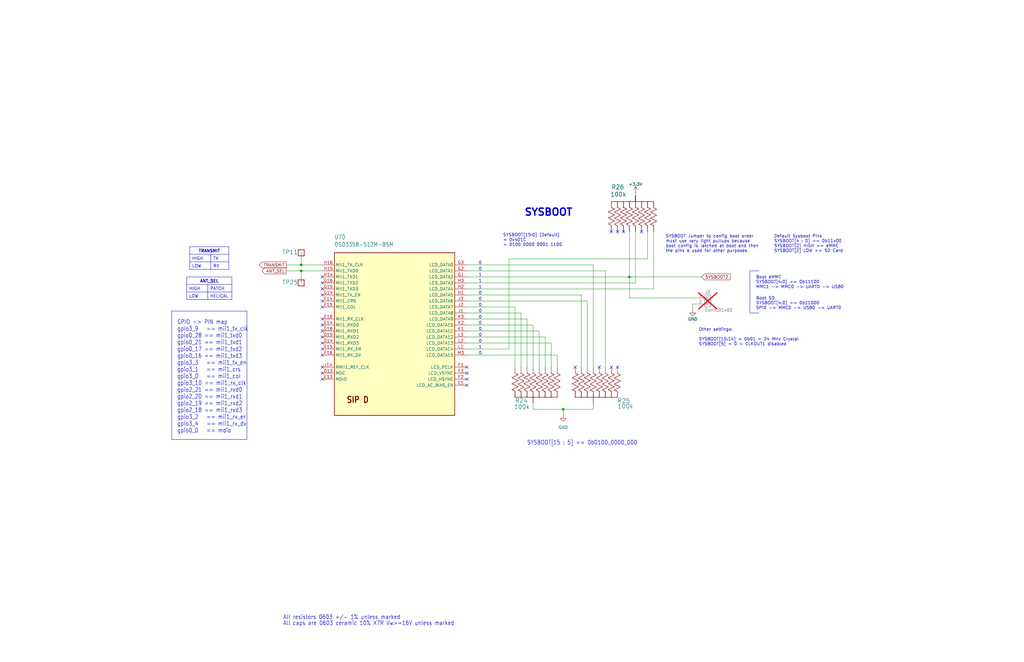
<source format=kicad_sch>
(kicad_sch (version 20250114) (generator "eeschema") (generator_version "9.0")
  (paper "B")
  (title_block (title "Oresat Live Card") (date "2025-09-15") (rev "2.1"))
  (lib_symbols
    (symbol "Connector_Generic:Conn_01x02" (pin_names (offset 1.016) (hide yes))
      (property "Reference" "J" (at 0 2.54 0))
      (property "Value" "Conn_01x02" (at 0 -5.08 0))
      (symbol "Conn_01x02_1_1"
        (pin passive line (at -5.08 0 0) (length 3.81) (name "Pin_1") (number "1"))
        (pin passive line (at -5.08 -2.54 0) (length 3.81) (name "Pin_2") (number "2"))
      )
    )
    (symbol "oresat-ics:OSD3358-512M-BSM"
      (property "Reference" "U" (at 0 87.63 0))
      (property "Value" "OSD3358-512M-BSM" (at 0 85.09 0))
      (symbol "OSD3358-512M-BSM_1_0"
        (text "GND to program EEPROM" (at -25.4 -71.12 0) (effects (font (size 1.27 1.0795)) (justify left bottom)))
        (text "SIP A" (at -20.32 17.78 0) (effects (font (size 2.54 2.159) (bold yes)) (justify left bottom)))
        (text "I2C0" (at -2.54 -60.96 900) (effects (font (size 2.54 2.159)) (justify left bottom)))
        (text "Connect together with pour" (at 5.08 -7.62 900) (effects (font (size 1.27 1.0795)) (justify left bottom)))
        (text "Connect together with pour" (at 5.08 -60.96 900) (effects (font (size 1.27 1.0795)) (justify left bottom)))
        (text "Reset" (at 5.08 -81.28 900) (effects (font (size 2.54 2.159)) (justify left bottom)))
        (text "Connect to either:\nSYS_VDD_1P8V or\nSYS_VDD3_3P3V" (at 8.89 -21.59 900) (effects (font (size 1.27 1.0795)) (justify bottom)))
        (pin power_in line (at -35.56 78.74 0) (length 5.08) (name "VIN_AC@1") (number "P10"))
        (pin power_in line (at -35.56 76.2 0) (length 5.08) (name "VIN_AC@2") (number "R10"))
        (pin power_in line (at -35.56 73.66 0) (length 5.08) (name "VIN_AC@3") (number "T10"))
        (pin power_in line (at -35.56 63.5 0) (length 5.08) (name "VIN_USB@1") (number "P9"))
        (pin power_in line (at -35.56 60.96 0) (length 5.08) (name "VIN_USB@2") (number "R9"))
        (pin power_in line (at -35.56 58.42 0) (length 5.08) (name "VIN_USB@3") (number "T9"))
        (pin power_in line (at -35.56 48.26 0) (length 5.08) (name "VIN_BAT@1") (number "P8"))
        (pin power_in line (at -35.56 45.72 0) (length 5.08) (name "VIN_BAT@2") (number "R8"))
        (pin power_in line (at -35.56 43.18 0) (length 5.08) (name "VIN_BAT@3") (number "T8"))
        (pin passive line (at -35.56 38.1 0) (length 5.08) (name "PMIC_BAT_SENSE") (number "N7"))
        (pin bidirectional line (at -35.56 35.56 0) (length 5.08) (name "PMIC_TS") (number "N6"))
        (pin bidirectional line (at -35.56 5.08 0) (length 5.08) (name "PMIC_NRESET") (number "M13"))
        (pin bidirectional line (at -35.56 -5.08 0) (length 5.08) (name "PMIC_PB_IN") (number "T11"))
        (pin input line (at -35.56 -15.24 0) (length 5.08) (name "PMIC_PWR_EN") (number "N11"))
        (pin output line (at -35.56 -17.78 0) (length 5.08) (name "PMIC_POWER_EN") (number "N10"))
        (pin output line (at -35.56 -22.86 0) (length 5.08) (name "PMIC_LDO_PGOOD") (number "N4"))
        (pin bidirectional line (at -35.56 -25.4 0) (length 5.08) (name "RTC_PWRONRSTN") (number "N5"))
        (pin output line (at -35.56 -30.48 0) (length 5.08) (name "PMIC_NWAKEUP") (number "L4"))
        (pin bidirectional line (at -35.56 -33.02 0) (length 5.08) (name "EXT_WAKEUP") (number "M4"))
        (pin output line (at -35.56 -38.1 0) (length 5.08) (name "PMIC_NINT") (number "E4"))
        (pin bidirectional line (at -35.56 -40.64 0) (length 5.08) (name "EXTINTN") (number "D4"))
        (pin bidirectional line (at -35.56 -50.8 0) (length 5.08) (name "PMIC_SCL") (number "D10"))
        (pin bidirectional line (at -35.56 -53.34 0) (length 5.08) (name "I2C0_SCL") (number "C10"))
        (pin bidirectional line (at -35.56 -60.96 0) (length 5.08) (name "PMIC_SDA") (number "D11"))
        (pin bidirectional line (at -35.56 -63.5 0) (length 5.08) (name "I2C0_SDA") (number "C11"))
        (pin bidirectional line (at -35.56 -73.66 0) (length 5.08) (name "EEPROM_WP") (number "M2"))
        (pin bidirectional line (at -35.56 -83.82 0) (length 5.08) (name "RTC_KALDO_ENN") (number "M16"))
        (pin power_out line (at 35.56 78.74 180) (length 5.08) (name "SYS_VOUT@1") (number "K6"))
        (pin power_out line (at 35.56 76.2 180) (length 5.08) (name "SYS_VOUT@2") (number "K7"))
        (pin power_out line (at 35.56 73.66 180) (length 5.08) (name "SYS_VOUT@3") (number "L6"))
        (pin power_out line (at 35.56 71.12 180) (length 5.08) (name "SYS_VOUT@4") (number "L7"))
        (pin power_out line (at 35.56 60.96 180) (length 5.08) (name "SYS_VDD1_3P3V@1") (number "F6"))
        (pin power_out line (at 35.56 58.42 180) (length 5.08) (name "SYS_VDD1_3P3V@2") (number "F7"))
        (pin power_out line (at 35.56 55.88 180) (length 5.08) (name "SYS_VDD1_3P3V@3") (number "G6"))
        (pin power_out line (at 35.56 53.34 180) (length 5.08) (name "SYS_VDD1_3P3V@4") (number "G7"))
        (pin power_out line (at 35.56 43.18 180) (length 5.08) (name "SYS_VDD2_3P3V@1") (number "F11"))
        (pin power_out line (at 35.56 40.64 180) (length 5.08) (name "SYS_VDD2_3P3V@2") (number "G11"))
        (pin power_out line (at 35.56 30.48 180) (length 5.08) (name "SYS_RTC_1P8V@1") (number "K11"))
        (pin power_out line (at 35.56 27.94 180) (length 5.08) (name "SYS_RTC_1P8V@2") (number "L11"))
        (pin power_out line (at 35.56 12.7 180) (length 5.08) (name "SYS_VDD3_3P3V@1") (number "F8"))
        (pin power_out line (at 35.56 10.16 180) (length 5.08) (name "SYS_VDD3_3P3V@2") (number "G8"))
        (pin power_out line (at 35.56 7.62 180) (length 5.08) (name "SYS_VDD3_3P3V@3") (number "H7"))
        (pin power_out line (at 35.56 5.08 180) (length 5.08) (name "SYS_VDD3_3P3V@4") (number "H8"))
        (pin power_out line (at 35.56 2.54 180) (length 5.08) (name "SYS_VDD3_3P3V@5") (number "J7"))
        (pin power_out line (at 35.56 0 180) (length 5.08) (name "SYS_VDD3_3P3V@6") (number "J8"))
        (pin power_out line (at 35.56 -2.54 180) (length 5.08) (name "SYS_VDD3_3P3V@7") (number "K8"))
        (pin power_out line (at 35.56 -5.08 180) (length 5.08) (name "SYS_VDD3_3P3V@8") (number "L8"))
        (pin power_in line (at 35.56 -15.24 180) (length 5.08) (name "VDDSHV1") (number "J9"))
        (pin power_in line (at 35.56 -17.78 180) (length 5.08) (name "VDDSHV2") (number "K9"))
        (pin power_in line (at 35.56 -20.32 180) (length 5.08) (name "VDDSHV3") (number "L9"))
        (pin power_in line (at 35.56 -22.86 180) (length 5.08) (name "VDDSHV4") (number "F9"))
        (pin power_in line (at 35.56 -25.4 180) (length 5.08) (name "VDDSHV5") (number "G9"))
        (pin power_in line (at 35.56 -27.94 180) (length 5.08) (name "VDDSHV6") (number "H9"))
        (pin power_in line (at 35.56 -38.1 180) (length 5.08) (name "SYS_VDD_1P8V@1") (number "F10"))
        (pin power_in line (at 35.56 -40.64 180) (length 5.08) (name "SYS_VDD_1P8V@2") (number "G10"))
        (pin power_in line (at 35.56 -43.18 180) (length 5.08) (name "SYS_VDD_1P8V@3") (number "H10"))
        (pin power_in line (at 35.56 -45.72 180) (length 5.08) (name "SYS_VDD_1P8V@4") (number "H11"))
        (pin power_in line (at 35.56 -48.26 180) (length 5.08) (name "SYS_VDD_1P8V@5") (number "J10"))
        (pin power_in line (at 35.56 -50.8 180) (length 5.08) (name "SYS_VDD_1P8V@6") (number "J11"))
        (pin power_in line (at 35.56 -53.34 180) (length 5.08) (name "SYS_VDD_1P8V@7") (number "K10"))
        (pin power_in line (at 35.56 -55.88 180) (length 5.08) (name "SYS_VDD_1P8V@8") (number "L10"))
        (pin output line (at 35.56 -71.12 180) (length 5.08) (name "PMIC_PGOOD") (number "N12"))
        (pin bidirectional line (at 35.56 -73.66 180) (length 5.08) (name "PWRONRSTN") (number "P11"))
        (pin bidirectional line (at 35.56 -83.82 180) (length 5.08) (name "WARMRSTN") (number "R11"))
      )
      (symbol "OSD3358-512M-BSM_2_0"
        (text "SIP B" (at -5.08 53.34 0) (effects (font (size 2.54 2.159) (bold yes)) (justify left bottom)))
        (text "XTAL" (at -2.54 30.48 900) (effects (font (size 2.54 2.159)) (justify left bottom)))
        (text "RTC" (at -2.54 0 900) (effects (font (size 2.54 2.159)) (justify left bottom)))
        (text "JTAG" (at -2.54 -25.4 900) (effects (font (size 2.54 2.159)) (justify left bottom)))
        (text "USB0" (at -2.54 -53.34 900) (effects (font (size 2.54 2.159)) (justify left bottom)))
        (text "Analog" (at 2.54 22.86 0) (effects (font (size 2.54 2.159)) (justify left bottom)))
        (text "Analog Inputs" (at 5.08 -30.48 900) (effects (font (size 2.54 2.159)) (justify left bottom)))
        (text "USB1" (at 5.08 -53.34 900) (effects (font (size 2.54 2.159)) (justify left bottom)))
        (text "Pwr & Gnd" (at 12.7 20.32 0) (effects (font (size 2.159 2.159))))
        (pin passive line (at -30.48 43.18 0) (length 5.08) (name "OSC0_IN") (number "P16"))
        (pin output line (at -30.48 27.94 0) (length 5.08) (name "OSC0_OUT") (number "N16"))
        (pin power_in line (at -30.48 22.86 0) (length 5.08) (name "OSC0_GND") (number "N15"))
        (pin passive line (at -30.48 12.7 0) (length 5.08) (name "OSC1_IN") (number "A6"))
        (pin output line (at -30.48 -2.54 0) (length 5.08) (name "OSC1_OUT") (number "A5"))
        (pin power_in line (at -30.48 -7.62 0) (length 5.08) (name "OSC1_GND") (number "B5"))
        (pin bidirectional line (at -30.48 -17.78 0) (length 5.08) (name "TDI") (number "C1"))
        (pin bidirectional line (at -30.48 -20.32 0) (length 5.08) (name "TDO") (number "C2"))
        (pin bidirectional line (at -30.48 -22.86 0) (length 5.08) (name "TCK") (number "D1"))
        (pin bidirectional line (at -30.48 -25.4 0) (length 5.08) (name "TMS") (number "D2"))
        (pin bidirectional line (at -30.48 -27.94 0) (length 5.08) (name "TRSTN") (number "D3"))
        (pin bidirectional line (at -30.48 -30.48 0) (length 5.08) (name "EMU0") (number "E2"))
        (pin bidirectional line (at -30.48 -33.02 0) (length 5.08) (name "EMU1") (number "E3"))
        (pin bidirectional line (at -30.48 -43.18 0) (length 5.08) (name "USB0_VBUS") (number "J16"))
        (pin bidirectional line (at -30.48 -45.72 0) (length 5.08) (name "USB0_DM") (number "K16"))
        (pin bidirectional line (at -30.48 -48.26 0) (length 5.08) (name "USB0_DP") (number "K15"))
        (pin bidirectional line (at -30.48 -50.8 0) (length 5.08) (name "USB0_ID") (number "K14"))
        (pin bidirectional line (at -30.48 -53.34 0) (length 5.08) (name "USB0_CE") (number "K13"))
        (pin bidirectional line (at -30.48 -55.88 0) (length 5.08) (name "USB0_DRVVBUS") (number "J15"))
        (pin power_out line (at 30.48 45.72 180) (length 5.08) (name "SYS_ADC_1P8V") (number "A7"))
        (pin power_in line (at 30.48 35.56 180) (length 5.08) (name "VREFP") (number "B7"))
        (pin power_in line (at 30.48 15.24 180) (length 5.08) (name "AGND_ADC") (number "A9"))
        (pin power_in line (at 30.48 5.08 180) (length 5.08) (name "VREFN") (number "B9"))
        (pin passive line (at 30.48 -5.08 180) (length 5.08) (name "AIN0") (number "A8"))
        (pin passive line (at 30.48 -7.62 180) (length 5.08) (name "AIN1") (number "B8"))
        (pin passive line (at 30.48 -10.16 180) (length 5.08) (name "AIN2") (number "B6"))
        (pin passive line (at 30.48 -12.7 180) (length 5.08) (name "AIN3") (number "C6"))
        (pin passive line (at 30.48 -15.24 180) (length 5.08) (name "AIN4") (number "C7"))
        (pin passive line (at 30.48 -17.78 180) (length 5.08) (name "AIN5") (number "C8"))
        (pin passive line (at 30.48 -20.32 180) (length 5.08) (name "AIN6") (number "C9"))
        (pin passive line (at 30.48 -22.86 180) (length 5.08) (name "AIN7") (number "D7"))
        (pin bidirectional line (at 30.48 -27.94 180) (length 5.08) (name "PMIC_MUX_OUT") (number "D6"))
        (pin bidirectional line (at 30.48 -33.02 180) (length 5.08) (name "PMIC_MUX_IN") (number "N13"))
        (pin bidirectional line (at 30.48 -43.18 180) (length 5.08) (name "USB1_VBUS") (number "M15"))
        (pin bidirectional line (at 30.48 -45.72 180) (length 5.08) (name "USB1_DM") (number "L16"))
        (pin bidirectional line (at 30.48 -48.26 180) (length 5.08) (name "USB1_DP") (number "L15"))
        (pin bidirectional line (at 30.48 -50.8 180) (length 5.08) (name "USB1_ID") (number "L14"))
        (pin bidirectional line (at 30.48 -53.34 180) (length 5.08) (name "USB1_CE") (number "L13"))
        (pin bidirectional line (at 30.48 -55.88 180) (length 5.08) (name "USB1_DRVVBUS") (number "M14"))
      )
      (symbol "OSD3358-512M-BSM_3_0"
        (text "SIP C" (at -5.08 53.34 0) (effects (font (size 2.54 2.159) (bold yes)) (justify left bottom)))
        (pin output line (at -30.48 55.88 0) (length 5.08) (name "UART0_TXD") (number "B12"))
        (pin input line (at -30.48 53.34 0) (length 5.08) (name "UART0_RXD") (number "A12"))
        (pin output line (at -30.48 50.8 0) (length 5.08) (name "UART0_CTSN") (number "C12"))
        (pin input line (at -30.48 48.26 0) (length 5.08) (name "UART0_RTSN") (number "C13"))
        (pin output line (at -30.48 40.64 0) (length 5.08) (name "UART1_TXD") (number "B11"))
        (pin input line (at -30.48 38.1 0) (length 5.08) (name "UART1_RXD") (number "A11"))
        (pin output line (at -30.48 35.56 0) (length 5.08) (name "UART1_CTSN") (number "B10"))
        (pin input line (at -30.48 33.02 0) (length 5.08) (name "UART1_RTSN") (number "A10"))
        (pin output line (at -30.48 25.4 0) (length 5.08) (name "SPI0_SCLK") (number "A13"))
        (pin bidirectional line (at -30.48 22.86 0) (length 5.08) (name "SPI0_D0") (number "B13"))
        (pin bidirectional line (at -30.48 20.32 0) (length 5.08) (name "SPI0_D1") (number "B14"))
        (pin bidirectional line (at -30.48 17.78 0) (length 5.08) (name "SPI0_CS0") (number "A14"))
        (pin bidirectional line (at -30.48 15.24 0) (length 5.08) (name "SPI0_CS1") (number "C14"))
        (pin output line (at -30.48 7.62 0) (length 5.08) (name "MMC0_CLK") (number "B15"))
        (pin bidirectional line (at -30.48 5.08 0) (length 5.08) (name "MMC0_CMD") (number "B16"))
        (pin bidirectional line (at -30.48 2.54 0) (length 5.08) (name "MMC0_DAT0") (number "A16"))
        (pin bidirectional line (at -30.48 0 0) (length 5.08) (name "MMC0_DAT1") (number "A15"))
        (pin bidirectional line (at -30.48 -2.54 0) (length 5.08) (name "MMC0_DAT2") (number "C16"))
        (pin bidirectional line (at -30.48 -5.08 0) (length 5.08) (name "MMC0_DAT3") (number "C15"))
        (pin bidirectional line (at -30.48 -12.7 0) (length 5.08) (name "MCASP0_ACLKX") (number "A1"))
        (pin bidirectional line (at -30.48 -15.24 0) (length 5.08) (name "MCASP0_FSX") (number "A2"))
        (pin bidirectional line (at -30.48 -17.78 0) (length 5.08) (name "MCASP0_AXR0") (number "B2"))
        (pin bidirectional line (at -30.48 -20.32 0) (length 5.08) (name "MCASP0_AHCLKR") (number "B1"))
        (pin bidirectional line (at -30.48 -22.86 0) (length 5.08) (name "MCASP0_ACLKR") (number "A3"))
        (pin bidirectional line (at -30.48 -25.4 0) (length 5.08) (name "MCASP0_FSR") (number "B3"))
        (pin bidirectional line (at -30.48 -27.94 0) (length 5.08) (name "MCASP0_AXR1") (number "C3"))
        (pin bidirectional line (at -30.48 -30.48 0) (length 5.08) (name "MCASP0_AHCLKX") (number "C4"))
        (pin bidirectional line (at -30.48 -38.1 0) (length 5.08) (name "XDMA_EVENT_INTR0") (number "A4"))
        (pin bidirectional line (at -30.48 -40.64 0) (length 5.08) (name "XDMA_EVENT_INTR1") (number "B4"))
        (pin bidirectional line (at -30.48 -43.18 0) (length 5.08) (name "ECAP0_IN_PWM0_OUT") (number "C5"))
        (pin bidirectional line (at 30.48 55.88 180) (length 5.08) (name "GPMC_CLK") (number "T7"))
        (pin bidirectional line (at 30.48 50.8 180) (length 5.08) (name "GPMC_A0") (number "T12"))
        (pin bidirectional line (at 30.48 48.26 180) (length 5.08) (name "GPMC_A1") (number "R12"))
        (pin bidirectional line (at 30.48 45.72 180) (length 5.08) (name "GPMC_A2") (number "P12"))
        (pin bidirectional line (at 30.48 43.18 180) (length 5.08) (name "GPMC_A3") (number "T13"))
        (pin bidirectional line (at 30.48 40.64 180) (length 5.08) (name "GPMC_A4") (number "R13"))
        (pin bidirectional line (at 30.48 38.1 180) (length 5.08) (name "GPMC_A5") (number "P13"))
        (pin bidirectional line (at 30.48 35.56 180) (length 5.08) (name "GPMC_A6") (number "T14"))
        (pin bidirectional line (at 30.48 33.02 180) (length 5.08) (name "GPMC_A7") (number "R14"))
        (pin bidirectional line (at 30.48 30.48 180) (length 5.08) (name "GPMC_A8") (number "P14"))
        (pin bidirectional line (at 30.48 27.94 180) (length 5.08) (name "GPMC_A9") (number "T15"))
        (pin bidirectional line (at 30.48 25.4 180) (length 5.08) (name "GPMC_A10") (number "R15"))
        (pin bidirectional line (at 30.48 22.86 180) (length 5.08) (name "GPMC_A11") (number "T16"))
        (pin bidirectional line (at 30.48 17.78 180) (length 5.08) (name "GPMC_BEN1") (number "N14"))
        (pin bidirectional line (at 30.48 15.24 180) (length 5.08) (name "GPMC_WAIT0") (number "P15"))
        (pin bidirectional line (at 30.48 12.7 180) (length 5.08) (name "GPMC_WPN") (number "R16"))
        (pin bidirectional line (at 30.48 7.62 180) (length 5.08) (name "GPMC_CSN0") (number "P3"))
        (pin bidirectional line (at 30.48 5.08 180) (length 5.08) (name "GPMC_CSN1") (number "P2"))
        (pin bidirectional line (at 30.48 2.54 180) (length 5.08) (name "GPMC_CSN2") (number "P1"))
        (pin bidirectional line (at 30.48 0 180) (length 5.08) (name "GPMC_CSN3") (number "R7"))
        (pin bidirectional line (at 30.48 -5.08 180) (length 5.08) (name "GPMC_AD0") (number "R3"))
        (pin bidirectional line (at 30.48 -7.62 180) (length 5.08) (name "GPMC_AD1") (number "R2"))
        (pin bidirectional line (at 30.48 -10.16 180) (length 5.08) (name "GPMC_AD2") (number "R1"))
        (pin bidirectional line (at 30.48 -12.7 180) (length 5.08) (name "GPMC_AD3") (number "T3"))
        (pin bidirectional line (at 30.48 -15.24 180) (length 5.08) (name "GPMC_AD4") (number "T2"))
        (pin bidirectional line (at 30.48 -17.78 180) (length 5.08) (name "GPMC_AD5") (number "T1"))
        (pin bidirectional line (at 30.48 -20.32 180) (length 5.08) (name "GPMC_AD6") (number "P4"))
        (pin bidirectional line (at 30.48 -22.86 180) (length 5.08) (name "GPMC_AD7") (number "R4"))
        (pin bidirectional line (at 30.48 -27.94 180) (length 5.08) (name "GPMC_AD8") (number "T4"))
        (pin bidirectional line (at 30.48 -30.48 180) (length 5.08) (name "GPMC_AD9") (number "P5"))
        (pin bidirectional line (at 30.48 -33.02 180) (length 5.08) (name "GPMC_AD10") (number "R5"))
        (pin bidirectional line (at 30.48 -35.56 180) (length 5.08) (name "GPMC_AD11") (number "T5"))
        (pin bidirectional line (at 30.48 -38.1 180) (length 5.08) (name "GPMC_AD12") (number "P6"))
        (pin bidirectional line (at 30.48 -40.64 180) (length 5.08) (name "GPMC_AD13") (number "R6"))
        (pin bidirectional line (at 30.48 -43.18 180) (length 5.08) (name "GPMC_AD14") (number "T6"))
        (pin bidirectional line (at 30.48 -45.72 180) (length 5.08) (name "GPMC_AD15") (number "P7"))
        (pin bidirectional line (at 30.48 -50.8 180) (length 5.08) (name "GPMC_ADVN_ALE") (number "M1"))
        (pin bidirectional line (at 30.48 -53.34 180) (length 5.08) (name "GPMC_BEN0_CLE") (number "N3"))
        (pin bidirectional line (at 30.48 -55.88 180) (length 5.08) (name "GPMC_WEN") (number "N2"))
        (pin bidirectional line (at 30.48 -58.42 180) (length 5.08) (name "GPMC_OEN_REN") (number "N1"))
      )
      (symbol "OSD3358-512M-BSM_4_0"
        (text "SIP D" (at -20.32 -30.48 0) (effects (font (size 2.54 2.159) (bold yes)) (justify left bottom)))
        (pin bidirectional line (at -30.48 27.94 0) (length 5.08) (name "MII1_TX_CLK") (number "H16"))
        (pin bidirectional line (at -30.48 25.4 0) (length 5.08) (name "MII1_TXD0") (number "H15"))
        (pin bidirectional line (at -30.48 22.86 0) (length 5.08) (name "MII1_TXD1") (number "H14"))
        (pin bidirectional line (at -30.48 20.32 0) (length 5.08) (name "MII1_TXD2") (number "G16"))
        (pin bidirectional line (at -30.48 17.78 0) (length 5.08) (name "MII1_TXD3") (number "G15"))
        (pin bidirectional line (at -30.48 15.24 0) (length 5.08) (name "MII1_TX_EN") (number "G14"))
        (pin bidirectional line (at -30.48 12.7 0) (length 5.08) (name "MII1_CRS") (number "F14"))
        (pin bidirectional line (at -30.48 10.16 0) (length 5.08) (name "MII1_COL") (number "F15"))
        (pin bidirectional line (at -30.48 5.08 0) (length 5.08) (name "MII1_RX_CLK") (number "E16"))
        (pin bidirectional line (at -30.48 2.54 0) (length 5.08) (name "MII1_RXD0") (number "E14"))
        (pin bidirectional line (at -30.48 0 0) (length 5.08) (name "MII1_RXD1") (number "D16"))
        (pin bidirectional line (at -30.48 -2.54 0) (length 5.08) (name "MII1_RXD2") (number "D15"))
        (pin bidirectional line (at -30.48 -5.08 0) (length 5.08) (name "MII1_RXD3") (number "D14"))
        (pin bidirectional line (at -30.48 -7.62 0) (length 5.08) (name "MII1_RX_ER") (number "E15"))
        (pin bidirectional line (at -30.48 -10.16 0) (length 5.08) (name "MII1_RX_DV") (number "F16"))
        (pin bidirectional line (at -30.48 -15.24 0) (length 5.08) (name "RMII1_REF_CLK") (number "J14"))
        (pin bidirectional line (at -30.48 -17.78 0) (length 5.08) (name "MDC") (number "D13"))
        (pin bidirectional line (at -30.48 -20.32 0) (length 5.08) (name "MDIO") (number "E13"))
        (pin bidirectional line (at 30.48 27.94 180) (length 5.08) (name "LCD_DATA0") (number "G3"))
        (pin bidirectional line (at 30.48 25.4 180) (length 5.08) (name "LCD_DATA1") (number "G2"))
        (pin bidirectional line (at 30.48 22.86 180) (length 5.08) (name "LCD_DATA2") (number "G1"))
        (pin bidirectional line (at 30.48 20.32 180) (length 5.08) (name "LCD_DATA3") (number "H3"))
        (pin bidirectional line (at 30.48 17.78 180) (length 5.08) (name "LCD_DATA4") (number "H2"))
        (pin bidirectional line (at 30.48 15.24 180) (length 5.08) (name "LCD_DATA5") (number "H1"))
        (pin bidirectional line (at 30.48 12.7 180) (length 5.08) (name "LCD_DATA6") (number "J3"))
        (pin bidirectional line (at 30.48 10.16 180) (length 5.08) (name "LCD_DATA7") (number "J2"))
        (pin bidirectional line (at 30.48 7.62 180) (length 5.08) (name "LCD_DATA8") (number "J1"))
        (pin bidirectional line (at 30.48 5.08 180) (length 5.08) (name "LCD_DATA9") (number "K3"))
        (pin bidirectional line (at 30.48 2.54 180) (length 5.08) (name "LCD_DATA10") (number "K2"))
        (pin bidirectional line (at 30.48 0 180) (length 5.08) (name "LCD_DATA11") (number "K1"))
        (pin bidirectional line (at 30.48 -2.54 180) (length 5.08) (name "LCD_DATA12") (number "L3"))
        (pin bidirectional line (at 30.48 -5.08 180) (length 5.08) (name "LCD_DATA13") (number "L2"))
        (pin bidirectional line (at 30.48 -7.62 180) (length 5.08) (name "LCD_DATA14") (number "L1"))
        (pin bidirectional line (at 30.48 -10.16 180) (length 5.08) (name "LCD_DATA15") (number "M3"))
        (pin bidirectional line (at 30.48 -15.24 180) (length 5.08) (name "LCD_PCLK") (number "F1"))
        (pin bidirectional line (at 30.48 -17.78 180) (length 5.08) (name "LCD_VSYNC") (number "F3"))
        (pin bidirectional line (at 30.48 -20.32 180) (length 5.08) (name "LCD_HSYNC") (number "F2"))
        (pin bidirectional line (at 30.48 -22.86 180) (length 5.08) (name "LCD_AC_BIAS_EN") (number "E1"))
      )
      (symbol "OSD3358-512M-BSM_5_0"
        (text "NOTE:  Can use pours to connect" (at -13.97 -17.78 0) (effects (font (size 1.27 1.0795)) (justify left bottom)))
        (text "DGND pads  instead of " (at -7.62 -19.05 0) (effects (font (size 1.27 1.27)) (justify left)))
        (text "a via per pad." (at -7.62 -21.59 0) (effects (font (size 1.27 1.27)) (justify left)))
        (text "SIP E" (at 0 20.32 0) (effects (font (size 2.54 2.159) (bold yes)) (justify bottom)))
        (pin power_in line (at -30.48 25.4 0) (length 5.08) (name "DGND@1") (number "D8"))
        (pin power_in line (at -30.48 22.86 0) (length 5.08) (name "DGND@2") (number "D9"))
        (pin power_in line (at -30.48 17.78 0) (length 5.08) (name "DGND@3") (number "E5"))
        (pin power_in line (at -30.48 15.24 0) (length 5.08) (name "DGND@4") (number "E6"))
        (pin power_in line (at -30.48 12.7 0) (length 5.08) (name "DGND@5") (number "E7"))
        (pin power_in line (at -30.48 10.16 0) (length 5.08) (name "DGND@6") (number "E8"))
        (pin power_in line (at -30.48 7.62 0) (length 5.08) (name "DGND@7") (number "E9"))
        (pin power_in line (at -30.48 5.08 0) (length 5.08) (name "DGND@8") (number "E10"))
        (pin power_in line (at -30.48 2.54 0) (length 5.08) (name "DGND@9") (number "E11"))
        (pin power_in line (at -30.48 0 0) (length 5.08) (name "DGND@10") (number "E12"))
        (pin power_in line (at -30.48 -5.08 0) (length 5.08) (name "DGND@11") (number "F5"))
        (pin power_in line (at -30.48 -7.62 0) (length 5.08) (name "DGND@12") (number "F12"))
        (pin power_in line (at -30.48 -12.7 0) (length 5.08) (name "DGND@13") (number "G5"))
        (pin power_in line (at -30.48 -15.24 0) (length 5.08) (name "DGND@14") (number "G12"))
        (pin power_in line (at -30.48 -20.32 0) (length 5.08) (name "DGND@15") (number "H4"))
        (pin power_in line (at -30.48 -22.86 0) (length 5.08) (name "DGND@16") (number "H5"))
        (pin power_in line (at -30.48 -25.4 0) (length 5.08) (name "DGND@17") (number "H12"))
        (pin power_in line (at -30.48 -27.94 0) (length 5.08) (name "DGND@18") (number "H13"))
        (pin power_in line (at 30.48 25.4 180) (length 5.08) (name "DGND@19") (number "J4"))
        (pin power_in line (at 30.48 22.86 180) (length 5.08) (name "DGND@20") (number "J5"))
        (pin power_in line (at 30.48 20.32 180) (length 5.08) (name "DGND@21") (number "J12"))
        (pin power_in line (at 30.48 17.78 180) (length 5.08) (name "DGND@22") (number "J13"))
        (pin power_in line (at 30.48 12.7 180) (length 5.08) (name "DGND@23") (number "K5"))
        (pin power_in line (at 30.48 10.16 180) (length 5.08) (name "DGND@24") (number "K12"))
        (pin power_in line (at 30.48 5.08 180) (length 5.08) (name "DGND@25") (number "L5"))
        (pin power_in line (at 30.48 2.54 180) (length 5.08) (name "DGND@26") (number "L12"))
        (pin power_in line (at 30.48 -2.54 180) (length 5.08) (name "DGND@27") (number "M5"))
        (pin power_in line (at 30.48 -5.08 180) (length 5.08) (name "DGND@28") (number "M6"))
        (pin power_in line (at 30.48 -7.62 180) (length 5.08) (name "DGND@29") (number "M7"))
        (pin power_in line (at 30.48 -10.16 180) (length 5.08) (name "DGND@30") (number "M8"))
        (pin power_in line (at 30.48 -12.7 180) (length 5.08) (name "DGND@31") (number "M9"))
        (pin power_in line (at 30.48 -15.24 180) (length 5.08) (name "DGND@32") (number "M10"))
        (pin power_in line (at 30.48 -17.78 180) (length 5.08) (name "DGND@33") (number "M11"))
        (pin power_in line (at 30.48 -20.32 180) (length 5.08) (name "DGND@34") (number "M12"))
        (pin power_in line (at 30.48 -25.4 180) (length 5.08) (name "DGND@35") (number "N8"))
        (pin power_in line (at 30.48 -27.94 180) (length 5.08) (name "DGND@36") (number "N9"))
      )
      (symbol "OSD3358-512M-BSM_6_0"
        (text "Test Point per " (at -10.16 7.62 0) (effects (font (size 1.27 1.27)) (justify left)))
        (text "power rail recommended" (at -10.16 5.08 0) (effects (font (size 1.27 1.27)) (justify left)))
        (text "Do Not Use" (at 0 11.43 0) (effects (font (size 1.778 1.5113)) (justify bottom)))
        (text "Do Not Connect" (at 0 -15.24 0) (effects (font (size 1.778 1.5113))))
        (text "SIP F" (at 15.24 20.32 0) (effects (font (size 2.54 2.159) (bold yes)) (justify bottom)))
        (pin power_out line (at -27.94 20.32 0) (length 5.08) (name "VDDS_DDR") (number "F4"))
        (pin power_out line (at -27.94 15.24 0) (length 5.08) (name "VDD_CORE") (number "G4"))
        (pin power_out line (at -27.94 10.16 0) (length 5.08) (name "VDD_MPU") (number "F13"))
        (pin power_out line (at -27.94 5.08 0) (length 5.08) (name "VDDS_PLL") (number "G13"))
        (pin power_out line (at -27.94 -5.08 0) (length 5.08) (name "CAP_VDD_RTC") (number "D5"))
        (pin power_out line (at -27.94 -10.16 0) (length 5.08) (name "VPP") (number "H6"))
        (pin no_connect line (at 27.94 -5.08 180) (length 5.08) (name "NC@1") (number "D12"))
        (pin no_connect line (at 27.94 -7.62 180) (length 5.08) (name "NC@2") (number "J6"))
        (pin no_connect line (at 27.94 -10.16 180) (length 5.08) (name "NC@3") (number "K4"))
      )
    )
    (symbol "oresat-misc:Test-Point-1mm-round"
      (property "Reference" "TP" (at 0 2.54 0))
      (symbol "Test-Point-1mm-round_1_0"
        (pin passive line (at 0 0 0) (length 0) (name "1") (number "1"))
      )
    )
    (symbol "oresat-passives:EXB-A10P391J"
      (property "Reference" "R" (at -17.8308 5.1308 0))
      (property "Value" "EXB-A10P391J" (at -17.6784 2.5908 0))
      (symbol "EXB-A10P391J_1_0"
        (pin passive line (at -12.7 0 0) (length 2.54) (name "11") (number "1"))
        (pin passive line (at -12.7 -2.54 0) (length 2.54) (name "99") (number "9"))
        (pin passive line (at -12.7 -5.08 0) (length 2.54) (name "22") (number "2"))
        (pin passive line (at -12.7 -7.62 0) (length 2.54) (name "88") (number "8"))
        (pin passive line (at -12.7 -10.16 0) (length 2.54) (name "33") (number "3"))
        (pin passive line (at -12.7 -12.7 0) (length 2.54) (name "77") (number "7"))
        (pin passive line (at -12.7 -15.24 0) (length 2.54) (name "44") (number "4"))
        (pin passive line (at -12.7 -17.78 0) (length 2.54) (name "66") (number "6"))
        (pin passive line (at 2.54 -10.16 180) (length 2.54) (name "55") (number "10"))
        (pin passive line (at 2.54 -10.16 180) (length 2.54) (name "55") (number "5"))
      )
    )
    (symbol "power:+3.3V" (power) (pin_numbers (hide yes)) (pin_names (offset 0) (hide yes))
      (property "Value" "+3.3V" (at 0 3.556 0))
      (symbol "+3.3V_1_1"
        (pin power_in line (at 0 0 90) (length 0) (name "~") (number "1"))
      )
    )
    (symbol "power:GND" (power) (pin_numbers (hide yes)) (pin_names (offset 0) (hide yes))
      (property "Value" "GND" (at 0 -3.81 0))
      (symbol "GND_1_1"
        (pin power_in line (at 0 0 270) (length 0) (name "~") (number "1"))
      )
    )
  )
  (text "0" (at 203.2 124.46 0) (effects (font (size 1.27 1.27)) (justify right bottom)))
  (text "1" (at 203.2 116.84 0) (effects (font (size 1.27 1.27)) (justify right bottom)))
  (text "0" (at 203.2 111.76 0) (effects (font (size 1.27 1.27)) (justify right bottom)))
  (text "0" (at 203.2 142.24 0) (effects (font (size 1.27 1.27)) (justify right bottom)))
  (text "0" (at 203.2 114.3 0) (effects (font (size 1.27 1.27)) (justify right bottom)))
  (text "0" (at 203.2 139.7 0) (effects (font (size 1.27 1.27)) (justify right bottom)))
  (text "0" (at 203.2 127 0) (effects (font (size 1.27 1.27)) (justify right bottom)))
  (text "Boot eMMC\nSYSBOOT[4:0] == 0b11100\nMMC1 -> MMC0 -> UART0 -> USB0" (at 318.77 121.92 0) (effects (font (size 1.27 1.27)) (justify left bottom)))
  (text "1" (at 203.2 119.38 0) (effects (font (size 1.27 1.27)) (justify right bottom)))
  (text "0" (at 203.2 149.86 0) (effects (font (size 1.27 1.27)) (justify right bottom)))
  (text "GPIO -> PIN map\ngpio3_9   == mii1_tx_clk\ngpio0_28 == mii1_txd0\ngpio0_21 == mii1_txd1\ngpio0_17 == mii1_txd2\ngpio0_16 == mii1_txd3\ngpio3_3   == mii1_tx_en\ngpio3_1   == mii1_crs\ngpio3_0   == mii1_col\ngpio3_10 == mii1_rx_clk\ngpio2_21 == mii1_rxd0\ngpio2_20 == mii1_rxd1\ngpio2_19 == mii1_rxd2\ngpio2_18 == mii1_rxd3\ngpio3_2   == mii1_rx_er\ngpio3_4   == mii1_rx_dv\ngpio0_0   == mdio" (at 74.676 182.88 0) (effects (font (size 1.778 1.5113)) (justify left bottom)))
  (text "Boot SD\nSYSBOOT[4:0] == 0b11000\nSPI0 -> MMC0 -> USB0 -> UART0" (at 318.77 130.81 0) (effects (font (size 1.27 1.27)) (justify left bottom)))
  (text "0" (at 203.2 144.78 0) (effects (font (size 1.27 1.27)) (justify right bottom)))
  (text "SYSBOOT[15 : 5] == 0b0100_0000_000" (at 222.25 187.96 0) (effects (font (size 1.778 1.5113)) (justify left bottom)))
  (text "All caps are 0603 ceramic 10% X7R Vw>=16V unless marked" (at 119.38 264.16 0) (effects (font (size 1.778 1.5113)) (justify left bottom)))
  (text "SYSBOOT Jumper to config boot order\nmust use very light pullups because\nboot config is latched at boot and then\nthe pins a used for other purposes" (at 280.67 106.68 0) (effects (font (size 1.27 1.27)) (justify left bottom)))
  (text "1" (at 203.2 121.92 0) (effects (font (size 1.27 1.27)) (justify right bottom)))
  (text "0" (at 203.2 137.16 0) (effects (font (size 1.27 1.27)) (justify right bottom)))
  (text "Other settings:\n\nSYSBOOT[15:14] = 0b01 = 24 MHz Crystal\nSYSBOOT[5] = 0 = CLKOUT1 disabled" (at 294.64 146.05 0) (effects (font (size 1.27 1.27)) (justify left bottom)))
  (text "0" (at 203.2 134.62 0) (effects (font (size 1.27 1.27)) (justify right bottom)))
  (text "SYSBOOT" (at 220.98 91.44 0) (effects (font (size 3 3) (thickness 0.6) (bold yes)) (justify left bottom)))
  (text "All resistors 0603 +/- 1% unless marked" (at 119.38 261.62 0) (effects (font (size 1.778 1.5113)) (justify left bottom)))
  (text "Default Sysboot Pins\nSYSBOOT[4 : 0] == 0b11x00\nSYSBOOT[2] HIGH == eMMC\nSYSBOOT[2] LOW == SD Card" (at 326.39 106.68 0) (effects (font (size 1.27 1.27)) (justify left bottom)))
  (text "SYSBOOT[15:0] (Default)\n= 0x401C\n= 0100 0000 0001 1100 " (at 212.09 104.14 0) (effects (font (size 1.27 1.27)) (justify left bottom)))
  (text "0" (at 203.2 132.08 0) (effects (font (size 1.27 1.27)) (justify right bottom)))
  (text "1" (at 203.2 147.32 0) (effects (font (size 1.27 1.27)) (justify right bottom)))
  (text "0" (at 203.2 129.54 0) (effects (font (size 1.27 1.27)) (justify right bottom)))
  (junction (at 127 114.3))
  (junction (at 265.43 116.84))
  (junction (at 127 111.76))
  (junction (at 237.49 172.72))
  (no_connect (at 270.51 97.79))
  (no_connect (at 260.35 97.79))
  (no_connect (at 262.89 97.79))
  (no_connect (at 260.35 154.94))
  (no_connect (at 242.57 154.94))
  (no_connect (at 252.73 154.94))
  (no_connect (at 135.89 121.92))
  (no_connect (at 135.89 124.46))
  (no_connect (at 135.89 127))
  (no_connect (at 135.89 160.02))
  (no_connect (at 196.85 154.94))
  (no_connect (at 196.85 157.48))
  (no_connect (at 196.85 160.02))
  (no_connect (at 196.85 162.56))
  (no_connect (at 135.89 116.84))
  (no_connect (at 135.89 119.38))
  (no_connect (at 135.89 129.54))
  (no_connect (at 135.89 134.62))
  (no_connect (at 135.89 137.16))
  (no_connect (at 135.89 139.7))
  (no_connect (at 135.89 142.24))
  (no_connect (at 135.89 144.78))
  (no_connect (at 135.89 147.32))
  (no_connect (at 135.89 149.86))
  (no_connect (at 135.89 154.94))
  (no_connect (at 135.89 157.48))
  (no_connect (at 257.81 154.94))
  (no_connect (at 257.81 97.79))
  (wire (pts (xy 265.43 116.84) (xy 265.43 125.73)))
  (wire (pts (xy 196.85 111.76) (xy 250.19 111.76)))
  (wire (pts (xy 237.49 172.72) (xy 250.19 172.72)))
  (wire (pts (xy 196.85 137.16) (xy 224.79 137.16)))
  (wire (pts (xy 127 114.3) (xy 127 119.38)))
  (wire (pts (xy 196.85 132.08) (xy 219.71 132.08)))
  (wire (pts (xy 217.17 154.94) (xy 217.17 129.54)))
  (wire (pts (xy 224.79 170.18) (xy 224.79 172.72)))
  (wire (pts (xy 196.85 149.86) (xy 234.95 149.86)))
  (wire (pts (xy 265.43 116.84) (xy 295.91 116.84)))
  (wire (pts (xy 196.85 142.24) (xy 229.87 142.24)))
  (wire (pts (xy 196.85 127) (xy 247.65 127)))
  (wire (pts (xy 196.85 121.92) (xy 275.59 121.92)))
  (wire (pts (xy 265.43 125.73) (xy 293.37 125.73)))
  (wire (pts (xy 292.1 128.27) (xy 293.37 128.27)))
  (polyline (pts (xy 72.39 131.318) (xy 72.39 185.42)))
  (wire (pts (xy 265.43 116.84) (xy 265.43 97.79)))
  (wire (pts (xy 127 106.68) (xy 127 111.76)))
  (wire (pts (xy 196.85 134.62) (xy 222.25 134.62)))
  (wire (pts (xy 234.95 149.86) (xy 234.95 154.94)))
  (wire (pts (xy 196.85 129.54) (xy 217.17 129.54)))
  (polyline (pts (xy 320.04 114.3) (xy 316.23 114.3)))
  (wire (pts (xy 247.65 127) (xy 247.65 154.94)))
  (wire (pts (xy 127 114.3) (xy 135.89 114.3)))
  (wire (pts (xy 275.59 97.79) (xy 275.59 121.92)))
  (wire (pts (xy 196.85 114.3) (xy 255.27 114.3)))
  (polyline (pts (xy 104.14 131.318) (xy 72.39 131.318)))
  (wire (pts (xy 196.85 139.7) (xy 227.33 139.7)))
  (wire (pts (xy 214.63 109.22) (xy 214.63 147.32)))
  (wire (pts (xy 250.19 154.94) (xy 250.19 111.76)))
  (wire (pts (xy 196.85 116.84) (xy 265.43 116.84)))
  (wire (pts (xy 229.87 154.94) (xy 229.87 142.24)))
  (wire (pts (xy 267.97 119.38) (xy 267.97 97.79)))
  (wire (pts (xy 292.1 130.81) (xy 292.1 128.27)))
  (polyline (pts (xy 316.23 132.08) (xy 320.04 132.08)))
  (wire (pts (xy 224.79 172.72) (xy 237.49 172.72)))
  (wire (pts (xy 250.19 172.72) (xy 250.19 170.18)))
  (wire (pts (xy 135.89 111.76) (xy 127 111.76)))
  (wire (pts (xy 127 111.76) (xy 120.65 111.76)))
  (wire (pts (xy 224.79 154.94) (xy 224.79 137.16)))
  (polyline (pts (xy 72.39 185.42) (xy 104.14 185.42)))
  (wire (pts (xy 267.97 81.28) (xy 267.97 82.55)))
  (wire (pts (xy 196.85 144.78) (xy 232.41 144.78)))
  (wire (pts (xy 232.41 154.94) (xy 232.41 144.78)))
  (wire (pts (xy 227.33 154.94) (xy 227.33 139.7)))
  (wire (pts (xy 196.85 124.46) (xy 245.11 124.46)))
  (wire (pts (xy 219.71 154.94) (xy 219.71 132.08)))
  (wire (pts (xy 237.49 172.72) (xy 237.49 175.26)))
  (wire (pts (xy 255.27 114.3) (xy 255.27 154.94)))
  (wire (pts (xy 245.11 124.46) (xy 245.11 154.94)))
  (wire (pts (xy 273.05 109.22) (xy 273.05 97.79)))
  (wire (pts (xy 222.25 154.94) (xy 222.25 134.62)))
  (polyline (pts (xy 104.14 185.42) (xy 104.14 131.318)))
  (wire (pts (xy 196.85 119.38) (xy 267.97 119.38)))
  (polyline (pts (xy 316.23 114.3) (xy 316.23 132.08)))
  (wire (pts (xy 196.85 147.32) (xy 214.63 147.32)))
  (wire (pts (xy 214.63 109.22) (xy 273.05 109.22)))
  (wire (pts (xy 120.65 114.3) (xy 127 114.3)))
  (table (column_count 2) (border (external yes) (header yes)) (separators (rows yes) (cols yes)) (column_widths 8.89 10.16) (row_heights 3.175 3.175 3.175) (cells (table_cell "ANT_SEL" (at 78.74 116.84 0) (size 19.05 3.175) (margins 0.9525 0.9525 0.9525 0.9525) (span 2 1)) (table_cell "rgb(240, 240, 240)" (at 87.63 116.84 0) (size 10.16 3.175) (margins 0.9525 0.9525 0.9525 0.9525) (span 0 0)) (table_cell "HIGH" (at 78.74 120.015 0) (size 8.89 3.175) (margins 0.9525 0.9525 0.9525 0.9525) (span 1 1)) (table_cell "PATCH" (at 87.63 120.015 0) (size 10.16 3.175) (margins 0.9525 0.9525 0.9525 0.9525) (span 1 1)) (table_cell "LOW" (at 78.74 123.19 0) (size 8.89 3.175) (margins 0.9525 0.9525 0.9525 0.9525) (span 1 1)) (table_cell "HELICAL" (at 87.63 123.19 0) (size 10.16 3.175) (margins 0.9525 0.9525 0.9525 0.9525) (span 1 1))))
  (table (column_count 2) (border (external yes) (header yes)) (separators (rows yes) (cols yes)) (column_widths 8.89 7.62) (row_heights 3.175 3.175 3.175) (cells (table_cell "TRANSMIT" (at 80.01 104.14 0) (size 16.51 3.175) (margins 0.9525 0.9525 0.9525 0.9525) (span 2 1)) (table_cell "rgb(240, 240, 240)" (at 88.9 104.14 0) (size 7.62 3.175) (margins 0.9525 0.9525 0.9525 0.9525) (span 0 0)) (table_cell "HIGH" (at 80.01 107.315 0) (size 8.89 3.175) (margins 0.9525 0.9525 0.9525 0.9525) (span 1 1)) (table_cell "TX" (at 88.9 107.315 0) (size 7.62 3.175) (margins 0.9525 0.9525 0.9525 0.9525) (span 1 1)) (table_cell "LOW" (at 80.01 110.49 0) (size 8.89 3.175) (margins 0.9525 0.9525 0.9525 0.9525) (span 1 1)) (table_cell "RX" (at 88.9 110.49 0) (size 7.62 3.175) (margins 0.9525 0.9525 0.9525 0.9525) (span 1 1))))
  (global_label "TRANSMIT" (shape output) (at 120.65 111.76 180) (property "Intersheetrefs" "${INTERSHEET_REFS}" (at 108.7748 111.76 0) (effects (font (size 0.9601 0.9601)) (justify right))))
  (global_label "SYSBOOT2" (shape input) (at 295.91 116.84 0) (property "Intersheetrefs" "${INTERSHEET_REFS}" (at 308.5109 116.84 0) (effects (justify left))))
  (global_label "ANT_SEL" (shape output) (at 120.65 114.3 180) (property "Intersheetrefs" "${INTERSHEET_REFS}" (at 109.9239 114.3 0) (effects (justify right))))
  (symbol (lib_id "oresat-misc:Test-Point-1mm-round") (at 127 106.68 90) (unit 1)
    (property "Reference" "TP11" (at 125.73 105.41 90) (effects (font (size 1.778 1.778)) (justify left bottom)))
    (property "Value" "TEST-POINT3X4" (effects (hide yes)))
    (property "Footprint" "oresat-misc:TestPoint_Pad_D1.0mm" (effects (hide yes)))
  )
  (symbol (lib_id "oresat-misc:Test-Point-1mm-round") (at 127 119.38 90) (unit 1)
    (property "Reference" "TP25" (at 125.73 118.11 90) (effects (font (size 1.778 1.778)) (justify left bottom)))
    (property "Value" "TEST-POINT3X4" (effects (hide yes)))
    (property "Footprint" "oresat-misc:TestPoint_Pad_D1.0mm" (effects (hide yes)))
  )
  (symbol (lib_id "oresat-passives:EXB-A10P391J") (at 257.81 85.09 90) (unit 1)
    (property "Reference" "R26" (at 257.7592 79.9592 90) (effects (font (size 1.778 1.778)) (justify right top)))
    (property "Value" "100k" (at 264.16 81.026 90) (effects (font (size 1.778 1.778)) (justify left bottom)))
    (property "Footprint" "oresat-live-card:ARRAY_EXBA-M" (effects (hide yes)))
    (property "Description" "RES ARRAY 8 RES 100K OHM 2512" (effects (hide yes)))
    (property "MPN" "EXB-A10P104J" (effects (hide yes)))
    (property "DPN" "U7104CT-ND " (effects (hide yes)))
    (property "MFR" "Panasonic " (effects (hide yes)))
    (property "DIS" "DigiKey" (effects (hide yes)))
  )
  (symbol (lib_id "oresat-ics:OSD3358-512M-BSM") (at 166.37 139.7 0) (unit 4)
    (property "Reference" "U7" (at 140.97 99.06 0) (effects (font (size 1.778 1.5113)) (justify left top)))
    (property "Value" "OSD3358-512M-BSM" (at 140.97 104.14 0) (effects (font (size 1.778 1.5113)) (justify left bottom)))
    (property "Footprint" "oresat-ics:U-Octavo-OSD335X-BGA-256" (effects (hide yes)))
    (property "Description" "OSD335x Embedded Module 1GHz 512MB" (effects (hide yes)))
    (property "MPN" "OSD3358-512M-BSM" (effects (hide yes)))
    (property "DPN" "1676-1002-ND " (effects (hide yes)))
    (property "MFR" "Octavo Systems " (effects (hide yes)))
    (property "DIS" "DigiKey" (effects (hide yes)))
  )
  (symbol (lib_id "oresat-passives:EXB-A10P391J") (at 234.95 167.64 270) (unit 1)
    (property "Reference" "R24" (at 217.1192 170.1292 90) (effects (font (size 1.778 1.778)) (justify left bottom)))
    (property "Value" "100k" (at 216.662 172.72 90) (effects (font (size 1.778 1.778)) (justify left bottom)))
    (property "Footprint" "oresat-live-card:ARRAY_EXBA-M" (effects (hide yes)))
    (property "Description" "RES ARRAY 8 RES 100K OHM 2512" (effects (hide yes)))
    (property "MPN" "EXB-A10P104J" (effects (hide yes)))
    (property "DPN" "U7104CT-ND " (effects (hide yes)))
    (property "MFR" "Panasonic " (effects (hide yes)))
    (property "DIS" "DigiKey" (effects (hide yes)))
  )
  (symbol (lib_id "power:+3.3V") (at 267.97 81.28 0) (unit 1)
    (property "Reference" "#PWR0158" (effects (hide yes)))
    (property "Value" "+3.3V" (at 267.97 77.724 0))
    (property "Description" "Power symbol creates a global label with name \"+3.3V\"" (effects (hide yes)))
  )
  (symbol (lib_id "oresat-passives:EXB-A10P391J") (at 260.35 167.64 270) (unit 1)
    (property "Reference" "R25" (at 260.2992 170.1292 90) (effects (font (size 1.778 1.778)) (justify left bottom)))
    (property "Value" "100k" (at 260.35 172.466 90) (effects (font (size 1.778 1.778)) (justify left bottom)))
    (property "Footprint" "oresat-live-card:ARRAY_EXBA-M" (effects (hide yes)))
    (property "Description" "RES ARRAY 8 RES 100K OHM 2512" (effects (hide yes)))
    (property "MPN" "EXB-A10P104J" (effects (hide yes)))
    (property "DPN" "U7104CT-ND " (effects (hide yes)))
    (property "MFR" "Panasonic " (effects (hide yes)))
    (property "DIS" "DigiKey" (effects (hide yes)))
  )
  (symbol (lib_id "Connector_Generic:Conn_01x02") (at 298.45 125.73 0) (unit 1) (dnp yes)
    (property "Reference" "J3" (at 297.18 123.19 0) (effects (justify left)))
    (property "Value" "Conn_01x02" (at 297.18 130.81 0) (effects (justify left)))
    (property "Footprint" "Connector_PinHeader_2.54mm:PinHeader_1x02_P2.54mm_Vertical" (effects (hide yes)))
    (property "Description" "Generic connector, single row, 01x02, script generated (kicad-library-utils/schlib/autogen/connector/)" (effects (hide yes)))
    (instances (project "oresat-gps-card" (path "" (reference "J2") (unit 1))) (project "oresat-live-card" (path "" (reference "J3") (unit 1))))
  )
  (symbol (lib_id "power:GND") (at 292.1 130.81 0) (unit 1)
    (property "Reference" "#PWR51" (effects (hide yes)))
    (property "Value" "GND" (at 292.1 134.62 0))
    (property "Description" "Power symbol creates a global label with name \"GND\" , ground" (effects (hide yes)))
  )
  (symbol (lib_id "power:GND") (at 237.49 175.26 0) (unit 1)
    (property "Reference" "#PWR50" (effects (hide yes)))
    (property "Value" "GND" (at 237.49 180.34 0))
    (property "Description" "Power symbol creates a global label with name \"GND\" , ground" (effects (hide yes)))
  )
)
</source>
